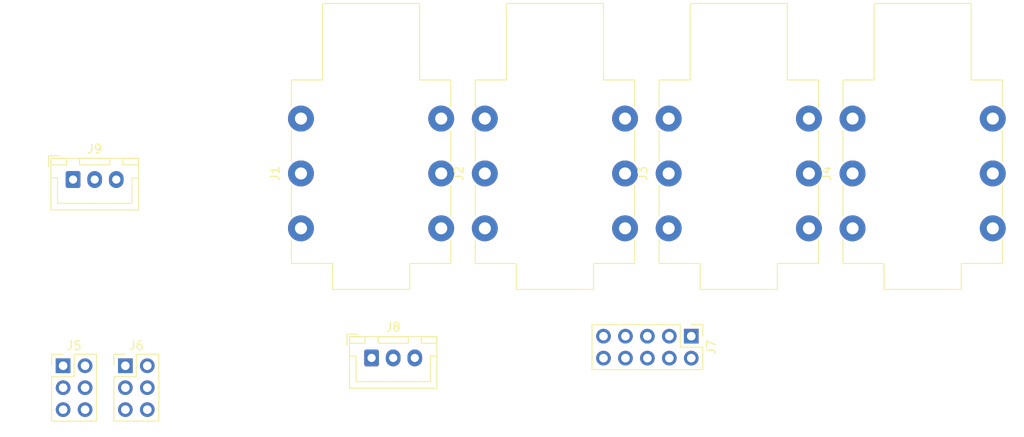
<source format=kicad_pcb>
(kicad_pcb (version 20240108) (generator "pcbnew") (generator_version "8.0")
  (layers (0 "F.Cu" signal) (31 "B.Cu" signal) (34 "B.Paste" user) (35 "F.Paste" user) (36 "B.SilkS" user "B.Silkscreen") (37 "F.SilkS" user "F.Silkscreen") (38 "B.Mask" user) (39 "F.Mask" user) (44 "Edge.Cuts" user))
  (net 0 "")
  (net 3 "INL-R")
  (net 4 "GND")
  (net 6 "INL-T")
  (net 10 "INR-T")
  (net 11 "INR-R")
  (net 14 "OUTR-T")
  (net 15 "OUTR-R")
  (net 18 "OUTL-T")
  (net 19 "OUTL-R")
  (footprint "Connector_Audio:Jack_6.35mm_Neutrik_NMJ6HFD2_Horizontal" (layer "F.Cu") (at 166.855 65.475 90)
    (property "Reference" "J2" (at 6.35 -3 90) (layer "F.SilkS"))
    (property "Value" "AudioJack3_Ground_Switch")
    (fp_line (start 17.17 -1.105) (end 14.05 -1.105) (stroke (width 0.12)) (layer "F.SilkS"))
    (fp_line (start 7.7 -1.105) (end 11.3 -1.105) (stroke (width 0.12)) (layer "F.SilkS"))
    (fp_line (start 1.4 -1.105) (end 5 -1.105) (stroke (width 0.12)) (layer "F.SilkS"))
    (fp_line (start -4.07 -1.105) (end -1.35 -1.105) (stroke (width 0.12)) (layer "F.SilkS"))
    (fp_line (start 17.17 2.495) (end 17.17 -1.105) (stroke (width 0.12)) (layer "F.SilkS"))
    (fp_line (start 17.17 2.495) (end 26.02 2.495) (stroke (width 0.12)) (layer "F.SilkS"))
    (fp_line (start -4.07 3.645) (end -4.07 -1.105) (stroke (width 0.12)) (layer "F.SilkS"))
    (fp_line (start -7.07 3.645) (end -4.07 3.645) (stroke (width 0.12)) (layer "F.SilkS"))
    (fp_line (start -7.07 12.545) (end -7.07 3.645) (stroke (width 0.12)) (layer "F.SilkS"))
    (fp_line (start -7.07 12.585) (end -4.07 12.585) (stroke (width 0.12)) (layer "F.SilkS"))
    (fp_line (start 26.02 13.735) (end 26.02 2.495) (stroke (width 0.12)) (layer "F.SilkS"))
    (fp_line (start 17.17 13.735) (end 26.02 13.735) (stroke (width 0.12)) (layer "F.SilkS"))
    (fp_line (start 17.17 17.335) (end 17.17 13.735) (stroke (width 0.12)) (layer "F.SilkS"))
    (fp_line (start 17.17 17.335) (end 14.05 17.335) (stroke (width 0.12)) (layer "F.SilkS"))
    (fp_line (start 11.3 17.335) (end 7.7 17.335) (stroke (width 0.12)) (layer "F.SilkS"))
    (fp_line (start 5 17.335) (end 1.4 17.335) (stroke (width 0.12)) (layer "F.SilkS"))
    (fp_line (start -1.35 17.335) (end -4.07 17.335) (stroke (width 0.12)) (layer "F.SilkS"))
    (fp_line (start -4.07 17.335) (end -4.07 12.585) (stroke (width 0.12)) (layer "F.SilkS"))
    (pad "R" thru_hole circle (at 6.35 0 90) (size 3 3) (drill 1.4) (layers "*.Cu" "*.Mask") (net 11 "INR-R"))
    (pad "RN" thru_hole circle (at 6.35 16.23 90) (size 3 3) (drill 1.4) (layers "*.Cu" "*.Mask"))
    (pad "S" thru_hole circle (at 12.7 0 90) (size 3 3) (drill 1.4) (layers "*.Cu" "*.Mask") (net 4 "GND"))
    (pad "SN" thru_hole circle (at 12.7 16.23 90) (size 3 3) (drill 1.4) (layers "*.Cu" "*.Mask"))
    (pad "T" thru_hole circle (at 0 0 90) (size 3 3) (drill 1.4) (layers "*.Cu" "*.Mask") (net 10 "INR-T"))
    (pad "TN" thru_hole circle (at 0 16.23 90) (size 3 3) (drill 1.4) (layers "*.Cu" "*.Mask"))
  )
  (footprint "Connector_PinHeader_2.54mm:PinHeader_2x03_P2.54mm_Vertical" (layer "F.Cu") (at 118.05 81.38)
    (property "Reference" "J5" (at 1.27 -2.33 0) (layer "F.SilkS"))
    (property "Value" "Conn_02x03_Odd_Even")
    (fp_line (start -1.33 -1.33) (end 0 -1.33) (stroke (width 0.12)) (layer "F.SilkS"))
    (fp_line (start -1.33 0) (end -1.33 -1.33) (stroke (width 0.12)) (layer "F.SilkS"))
    (fp_line (start -1.33 1.27) (end -1.33 6.41) (stroke (width 0.12)) (layer "F.SilkS"))
    (fp_line (start -1.33 1.27) (end 1.27 1.27) (stroke (width 0.12)) (layer "F.SilkS"))
    (fp_line (start -1.33 6.41) (end 3.87 6.41) (stroke (width 0.12)) (layer "F.SilkS"))
    (fp_line (start 1.27 -1.33) (end 3.87 -1.33) (stroke (width 0.12)) (layer "F.SilkS"))
    (fp_line (start 1.27 1.27) (end 1.27 -1.33) (stroke (width 0.12)) (layer "F.SilkS"))
    (fp_line (start 3.87 -1.33) (end 3.87 6.41) (stroke (width 0.12)) (layer "F.SilkS"))
    (pad "1" thru_hole rect (at 0 0) (size 1.7 1.7) (drill 1) (layers "*.Cu" "*.Mask") (net 19 "OUTL-R"))
    (pad "2" thru_hole oval (at 2.54 0) (size 1.7 1.7) (drill 1) (layers "*.Cu" "*.Mask") (net 18 "OUTL-T"))
    (pad "3" thru_hole oval (at 0 2.54) (size 1.7 1.7) (drill 1) (layers "*.Cu" "*.Mask") (net 15 "OUTR-R"))
    (pad "4" thru_hole oval (at 2.54 2.54) (size 1.7 1.7) (drill 1) (layers "*.Cu" "*.Mask") (net 14 "OUTR-T"))
    (pad "5" thru_hole oval (at 0 5.08) (size 1.7 1.7) (drill 1) (layers "*.Cu" "*.Mask") (net 4 "GND"))
    (pad "6" thru_hole oval (at 2.54 5.08) (size 1.7 1.7) (drill 1) (layers "*.Cu" "*.Mask") (net 4 "GND"))
  )
  (footprint "Connector_Audio:Jack_6.35mm_Neutrik_NMJ6HFD2_Horizontal" (layer "F.Cu") (at 188.135 65.475 90)
    (property "Reference" "J3" (at 6.35 -3 90) (layer "F.SilkS"))
    (property "Value" "AudioJack3_Ground_Switch")
    (fp_line (start 17.17 -1.105) (end 14.05 -1.105) (stroke (width 0.12)) (layer "F.SilkS"))
    (fp_line (start 7.7 -1.105) (end 11.3 -1.105) (stroke (width 0.12)) (layer "F.SilkS"))
    (fp_line (start 1.4 -1.105) (end 5 -1.105) (stroke (width 0.12)) (layer "F.SilkS"))
    (fp_line (start -4.07 -1.105) (end -1.35 -1.105) (stroke (width 0.12)) (layer "F.SilkS"))
    (fp_line (start 17.17 2.495) (end 17.17 -1.105) (stroke (width 0.12)) (layer "F.SilkS"))
    (fp_line (start 17.17 2.495) (end 26.02 2.495) (stroke (width 0.12)) (layer "F.SilkS"))
    (fp_line (start -4.07 3.645) (end -4.07 -1.105) (stroke (width 0.12)) (layer "F.SilkS"))
    (fp_line (start -7.07 3.645) (end -4.07 3.645) (stroke (width 0.12)) (layer "F.SilkS"))
    (fp_line (start -7.07 12.545) (end -7.07 3.645) (stroke (width 0.12)) (layer "F.SilkS"))
    (fp_line (start -7.07 12.585) (end -4.07 12.585) (stroke (width 0.12)) (layer "F.SilkS"))
    (fp_line (start 26.02 13.735) (end 26.02 2.495) (stroke (width 0.12)) (layer "F.SilkS"))
    (fp_line (start 17.17 13.735) (end 26.02 13.735) (stroke (width 0.12)) (layer "F.SilkS"))
    (fp_line (start 17.17 17.335) (end 17.17 13.735) (stroke (width 0.12)) (layer "F.SilkS"))
    (fp_line (start 17.17 17.335) (end 14.05 17.335) (stroke (width 0.12)) (layer "F.SilkS"))
    (fp_line (start 11.3 17.335) (end 7.7 17.335) (stroke (width 0.12)) (layer "F.SilkS"))
    (fp_line (start 5 17.335) (end 1.4 17.335) (stroke (width 0.12)) (layer "F.SilkS"))
    (fp_line (start -1.35 17.335) (end -4.07 17.335) (stroke (width 0.12)) (layer "F.SilkS"))
    (fp_line (start -4.07 17.335) (end -4.07 12.585) (stroke (width 0.12)) (layer "F.SilkS"))
    (pad "R" thru_hole circle (at 6.35 0 90) (size 3 3) (drill 1.4) (layers "*.Cu" "*.Mask") (net 15 "OUTR-R"))
    (pad "RN" thru_hole circle (at 6.35 16.23 90) (size 3 3) (drill 1.4) (layers "*.Cu" "*.Mask"))
    (pad "S" thru_hole circle (at 12.7 0 90) (size 3 3) (drill 1.4) (layers "*.Cu" "*.Mask") (net 4 "GND"))
    (pad "SN" thru_hole circle (at 12.7 16.23 90) (size 3 3) (drill 1.4) (layers "*.Cu" "*.Mask") (net 4 "GND"))
    (pad "T" thru_hole circle (at 0 0 90) (size 3 3) (drill 1.4) (layers "*.Cu" "*.Mask") (net 14 "OUTR-T"))
    (pad "TN" thru_hole circle (at 0 16.23 90) (size 3 3) (drill 1.4) (layers "*.Cu" "*.Mask"))
  )
  (footprint "Connector_JST:JST_XH_B3B-XH-A_1x03_P2.50mm_Vertical" (layer "F.Cu") (at 153.75 80.475)
    (property "Reference" "J8" (at 2.5 -3.55 0) (layer "F.SilkS"))
    (property "Value" "Conn_01x03")
    (fp_line (start -2.85 -2.75) (end -2.85 -1.5) (stroke (width 0.12)) (layer "F.SilkS"))
    (fp_line (start -2.56 -2.46) (end -2.56 3.51) (stroke (width 0.12)) (layer "F.SilkS"))
    (fp_line (start -2.56 3.51) (end 7.56 3.51) (stroke (width 0.12)) (layer "F.SilkS"))
    (fp_line (start -2.55 -2.45) (end -2.55 -1.7) (stroke (width 0.12)) (layer "F.SilkS"))
    (fp_line (start -2.55 -1.7) (end -0.75 -1.7) (stroke (width 0.12)) (layer "F.SilkS"))
    (fp_line (start -2.55 -0.2) (end -1.8 -0.2) (stroke (width 0.12)) (layer "F.SilkS"))
    (fp_line (start -1.8 -0.2) (end -1.8 2.75) (stroke (width 0.12)) (layer "F.SilkS"))
    (fp_line (start -1.8 2.75) (end 2.5 2.75) (stroke (width 0.12)) (layer "F.SilkS"))
    (fp_line (start -1.6 -2.75) (end -2.85 -2.75) (stroke (width 0.12)) (layer "F.SilkS"))
    (fp_line (start -0.75 -2.45) (end -2.55 -2.45) (stroke (width 0.12)) (layer "F.SilkS"))
    (fp_line (start -0.75 -1.7) (end -0.75 -2.45) (stroke (width 0.12)) (layer "F.SilkS"))
    (fp_line (start 0.75 -2.45) (end 0.75 -1.7) (stroke (width 0.12)) (layer "F.SilkS"))
    (fp_line (start 0.75 -1.7) (end 4.25 -1.7) (stroke (width 0.12)) (layer "F.SilkS"))
    (fp_line (start 4.25 -2.45) (end 0.75 -2.45) (stroke (width 0.12)) (layer "F.SilkS"))
    (fp_line (start 4.25 -1.7) (end 4.25 -2.45) (stroke (width 0.12)) (layer "F.SilkS"))
    (fp_line (start 5.75 -2.45) (end 5.75 -1.7) (stroke (width 0.12)) (layer "F.SilkS"))
    (fp_line (start 5.75 -1.7) (end 7.55 -1.7) (stroke (width 0.12)) (layer "F.SilkS"))
    (fp_line (start 6.8 -0.2) (end 6.8 2.75) (stroke (width 0.12)) (layer "F.SilkS"))
    (fp_line (start 6.8 2.75) (end 2.5 2.75) (stroke (width 0.12)) (layer "F.SilkS"))
    (fp_line (start 7.55 -2.45) (end 5.75 -2.45) (stroke (width 0.12)) (layer "F.SilkS"))
    (fp_line (start 7.55 -1.7) (end 7.55 -2.45) (stroke (width 0.12)) (layer "F.SilkS"))
    (fp_line (start 7.55 -0.2) (end 6.8 -0.2) (stroke (width 0.12)) (layer "F.SilkS"))
    (fp_line (start 7.56 -2.46) (end -2.56 -2.46) (stroke (width 0.12)) (layer "F.SilkS"))
    (fp_line (start 7.56 3.51) (end 7.56 -2.46) (stroke (width 0.12)) (layer "F.SilkS"))
    (pad "1" thru_hole roundrect (at 0 0) (size 1.7 1.95) (drill 0.95) (layers "*.Cu" "*.Mask") (roundrect_rratio 0.147059) (net 10 "INR-T"))
    (pad "2" thru_hole oval (at 2.5 0) (size 1.7 1.95) (drill 0.95) (layers "*.Cu" "*.Mask") (net 4 "GND"))
    (pad "3" thru_hole oval (at 5 0) (size 1.7 1.95) (drill 0.95) (layers "*.Cu" "*.Mask") (net 6 "INL-T"))
  )
  (footprint "Connector_JST:JST_XH_B3B-XH-A_1x03_P2.50mm_Vertical" (layer "F.Cu") (at 119.2 59.83)
    (property "Reference" "J9" (at 2.5 -3.55 0) (layer "F.SilkS"))
    (property "Value" "Conn_01x03")
    (fp_line (start -2.85 -2.75) (end -2.85 -1.5) (stroke (width 0.12)) (layer "F.SilkS"))
    (fp_line (start -2.56 -2.46) (end -2.56 3.51) (stroke (width 0.12)) (layer "F.SilkS"))
    (fp_line (start -2.56 3.51) (end 7.56 3.51) (stroke (width 0.12)) (layer "F.SilkS"))
    (fp_line (start -2.55 -2.45) (end -2.55 -1.7) (stroke (width 0.12)) (layer "F.SilkS"))
    (fp_line (start -2.55 -1.7) (end -0.75 -1.7) (stroke (width 0.12)) (layer "F.SilkS"))
    (fp_line (start -2.55 -0.2) (end -1.8 -0.2) (stroke (width 0.12)) (layer "F.SilkS"))
    (fp_line (start -1.8 -0.2) (end -1.8 2.75) (stroke (width 0.12)) (layer "F.SilkS"))
    (fp_line (start -1.8 2.75) (end 2.5 2.75) (stroke (width 0.12)) (layer "F.SilkS"))
    (fp_line (start -1.6 -2.75) (end -2.85 -2.75) (stroke (width 0.12)) (layer "F.SilkS"))
    (fp_line (start -0.75 -2.45) (end -2.55 -2.45) (stroke (width 0.12)) (layer "F.SilkS"))
    (fp_line (start -0.75 -1.7) (end -0.75 -2.45) (stroke (width 0.12)) (layer "F.SilkS"))
    (fp_line (start 0.75 -2.45) (end 0.75 -1.7) (stroke (width 0.12)) (layer "F.SilkS"))
    (fp_line (start 0.75 -1.7) (end 4.25 -1.7) (stroke (width 0.12)) (layer "F.SilkS"))
    (fp_line (start 4.25 -2.45) (end 0.75 -2.45) (stroke (width 0.12)) (layer "F.SilkS"))
    (fp_line (start 4.25 -1.7) (end 4.25 -2.45) (stroke (width 0.12)) (layer "F.SilkS"))
    (fp_line (start 5.75 -2.45) (end 5.75 -1.7) (stroke (width 0.12)) (layer "F.SilkS"))
    (fp_line (start 5.75 -1.7) (end 7.55 -1.7) (stroke (width 0.12)) (layer "F.SilkS"))
    (fp_line (start 6.8 -0.2) (end 6.8 2.75) (stroke (width 0.12)) (layer "F.SilkS"))
    (fp_line (start 6.8 2.75) (end 2.5 2.75) (stroke (width 0.12)) (layer "F.SilkS"))
    (fp_line (start 7.55 -2.45) (end 5.75 -2.45) (stroke (width 0.12)) (layer "F.SilkS"))
    (fp_line (start 7.55 -1.7) (end 7.55 -2.45) (stroke (width 0.12)) (layer "F.SilkS"))
    (fp_line (start 7.55 -0.2) (end 6.8 -0.2) (stroke (width 0.12)) (layer "F.SilkS"))
    (fp_line (start 7.56 -2.46) (end -2.56 -2.46) (stroke (width 0.12)) (layer "F.SilkS"))
    (fp_line (start 7.56 3.51) (end 7.56 -2.46) (stroke (width 0.12)) (layer "F.SilkS"))
    (pad "1" thru_hole roundrect (at 0 0) (size 1.7 1.95) (drill 0.95) (layers "*.Cu" "*.Mask") (roundrect_rratio 0.147059) (net 14 "OUTR-T"))
    (pad "2" thru_hole oval (at 2.5 0) (size 1.7 1.95) (drill 0.95) (layers "*.Cu" "*.Mask") (net 4 "GND"))
    (pad "3" thru_hole oval (at 5 0) (size 1.7 1.95) (drill 0.95) (layers "*.Cu" "*.Mask") (net 18 "OUTL-T"))
  )
  (footprint "Connector_PinHeader_2.54mm:PinHeader_2x03_P2.54mm_Vertical" (layer "F.Cu") (at 125.25 81.38)
    (property "Reference" "J6" (at 1.27 -2.33 0) (layer "F.SilkS"))
    (property "Value" "Conn_02x03_Odd_Even")
    (fp_line (start -1.33 -1.33) (end 0 -1.33) (stroke (width 0.12)) (layer "F.SilkS"))
    (fp_line (start -1.33 0) (end -1.33 -1.33) (stroke (width 0.12)) (layer "F.SilkS"))
    (fp_line (start -1.33 1.27) (end -1.33 6.41) (stroke (width 0.12)) (layer "F.SilkS"))
    (fp_line (start -1.33 1.27) (end 1.27 1.27) (stroke (width 0.12)) (layer "F.SilkS"))
    (fp_line (start -1.33 6.41) (end 3.87 6.41) (stroke (width 0.12)) (layer "F.SilkS"))
    (fp_line (start 1.27 -1.33) (end 3.87 -1.33) (stroke (width 0.12)) (layer "F.SilkS"))
    (fp_line (start 1.27 1.27) (end 1.27 -1.33) (stroke (width 0.12)) (layer "F.SilkS"))
    (fp_line (start 3.87 -1.33) (end 3.87 6.41) (stroke (width 0.12)) (layer "F.SilkS"))
    (pad "1" thru_hole rect (at 0 0) (size 1.7 1.7) (drill 1) (layers "*.Cu" "*.Mask") (net 3 "INL-R"))
    (pad "2" thru_hole oval (at 2.54 0) (size 1.7 1.7) (drill 1) (layers "*.Cu" "*.Mask") (net 6 "INL-T"))
    (pad "3" thru_hole oval (at 0 2.54) (size 1.7 1.7) (drill 1) (layers "*.Cu" "*.Mask") (net 11 "INR-R"))
    (pad "4" thru_hole oval (at 2.54 2.54) (size 1.7 1.7) (drill 1) (layers "*.Cu" "*.Mask") (net 10 "INR-T"))
    (pad "5" thru_hole oval (at 0 5.08) (size 1.7 1.7) (drill 1) (layers "*.Cu" "*.Mask") (net 4 "GND"))
    (pad "6" thru_hole oval (at 2.54 5.08) (size 1.7 1.7) (drill 1) (layers "*.Cu" "*.Mask") (net 4 "GND"))
  )
  (footprint "Connector_Audio:Jack_6.35mm_Neutrik_NMJ6HFD2_Horizontal" (layer "F.Cu") (at 209.415 65.475 90)
    (property "Reference" "J4" (at 6.35 -3 90) (layer "F.SilkS"))
    (property "Value" "AudioJack3_Ground_Switch")
    (fp_line (start 17.17 -1.105) (end 14.05 -1.105) (stroke (width 0.12)) (layer "F.SilkS"))
    (fp_line (start 7.7 -1.105) (end 11.3 -1.105) (stroke (width 0.12)) (layer "F.SilkS"))
    (fp_line (start 1.4 -1.105) (end 5 -1.105) (stroke (width 0.12)) (layer "F.SilkS"))
    (fp_line (start -4.07 -1.105) (end -1.35 -1.105) (stroke (width 0.12)) (layer "F.SilkS"))
    (fp_line (start 17.17 2.495) (end 17.17 -1.105) (stroke (width 0.12)) (layer "F.SilkS"))
    (fp_line (start 17.17 2.495) (end 26.02 2.495) (stroke (width 0.12)) (layer "F.SilkS"))
    (fp_line (start -4.07 3.645) (end -4.07 -1.105) (stroke (width 0.12)) (layer "F.SilkS"))
    (fp_line (start -7.07 3.645) (end -4.07 3.645) (stroke (width 0.12)) (layer "F.SilkS"))
    (fp_line (start -7.07 12.545) (end -7.07 3.645) (stroke (width 0.12)) (layer "F.SilkS"))
    (fp_line (start -7.07 12.585) (end -4.07 12.585) (stroke (width 0.12)) (layer "F.SilkS"))
    (fp_line (start 26.02 13.735) (end 26.02 2.495) (stroke (width 0.12)) (layer "F.SilkS"))
    (fp_line (start 17.17 13.735) (end 26.02 13.735) (stroke (width 0.12)) (layer "F.SilkS"))
    (fp_line (start 17.17 17.335) (end 17.17 13.735) (stroke (width 0.12)) (layer "F.SilkS"))
    (fp_line (start 17.17 17.335) (end 14.05 17.335) (stroke (width 0.12)) (layer "F.SilkS"))
    (fp_line (start 11.3 17.335) (end 7.7 17.335) (stroke (width 0.12)) (layer "F.SilkS"))
    (fp_line (start 5 17.335) (end 1.4 17.335) (stroke (width 0.12)) (layer "F.SilkS"))
    (fp_line (start -1.35 17.335) (end -4.07 17.335) (stroke (width 0.12)) (layer "F.SilkS"))
    (fp_line (start -4.07 17.335) (end -4.07 12.585) (stroke (width 0.12)) (layer "F.SilkS"))
    (pad "R" thru_hole circle (at 6.35 0 90) (size 3 3) (drill 1.4) (layers "*.Cu" "*.Mask") (net 19 "OUTL-R"))
    (pad "RN" thru_hole circle (at 6.35 16.23 90) (size 3 3) (drill 1.4) (layers "*.Cu" "*.Mask"))
    (pad "S" thru_hole circle (at 12.7 0 90) (size 3 3) (drill 1.4) (layers "*.Cu" "*.Mask") (net 4 "GND"))
    (pad "SN" thru_hole circle (at 12.7 16.23 90) (size 3 3) (drill 1.4) (layers "*.Cu" "*.Mask") (net 4 "GND"))
    (pad "T" thru_hole circle (at 0 0 90) (size 3 3) (drill 1.4) (layers "*.Cu" "*.Mask") (net 18 "OUTL-T"))
    (pad "TN" thru_hole circle (at 0 16.23 90) (size 3 3) (drill 1.4) (layers "*.Cu" "*.Mask"))
  )
  (footprint "Connector_Audio:Jack_6.35mm_Neutrik_NMJ6HFD2_Horizontal" (layer "F.Cu") (at 145.575 65.475 90)
    (property "Reference" "J1" (at 6.35 -3 90) (layer "F.SilkS"))
    (property "Value" "AudioJack3_Ground_Switch")
    (fp_line (start 17.17 -1.105) (end 14.05 -1.105) (stroke (width 0.12)) (layer "F.SilkS"))
    (fp_line (start 7.7 -1.105) (end 11.3 -1.105) (stroke (width 0.12)) (layer "F.SilkS"))
    (fp_line (start 1.4 -1.105) (end 5 -1.105) (stroke (width 0.12)) (layer "F.SilkS"))
    (fp_line (start -4.07 -1.105) (end -1.35 -1.105) (stroke (width 0.12)) (layer "F.SilkS"))
    (fp_line (start 17.17 2.495) (end 17.17 -1.105) (stroke (width 0.12)) (layer "F.SilkS"))
    (fp_line (start 17.17 2.495) (end 26.02 2.495) (stroke (width 0.12)) (layer "F.SilkS"))
    (fp_line (start -4.07 3.645) (end -4.07 -1.105) (stroke (width 0.12)) (layer "F.SilkS"))
    (fp_line (start -7.07 3.645) (end -4.07 3.645) (stroke (width 0.12)) (layer "F.SilkS"))
    (fp_line (start -7.07 12.545) (end -7.07 3.645) (stroke (width 0.12)) (layer "F.SilkS"))
    (fp_line (start -7.07 12.585) (end -4.07 12.585) (stroke (width 0.12)) (layer "F.SilkS"))
    (fp_line (start 26.02 13.735) (end 26.02 2.495) (stroke (width 0.12)) (layer "F.SilkS"))
    (fp_line (start 17.17 13.735) (end 26.02 13.735) (stroke (width 0.12)) (layer "F.SilkS"))
    (fp_line (start 17.17 17.335) (end 17.17 13.735) (stroke (width 0.12)) (layer "F.SilkS"))
    (fp_line (start 17.17 17.335) (end 14.05 17.335) (stroke (width 0.12)) (layer "F.SilkS"))
    (fp_line (start 11.3 17.335) (end 7.7 17.335) (stroke (width 0.12)) (layer "F.SilkS"))
    (fp_line (start 5 17.335) (end 1.4 17.335) (stroke (width 0.12)) (layer "F.SilkS"))
    (fp_line (start -1.35 17.335) (end -4.07 17.335) (stroke (width 0.12)) (layer "F.SilkS"))
    (fp_line (start -4.07 17.335) (end -4.07 12.585) (stroke (width 0.12)) (layer "F.SilkS"))
    (pad "R" thru_hole circle (at 6.35 0 90) (size 3 3) (drill 1.4) (layers "*.Cu" "*.Mask") (net 3 "INL-R"))
    (pad "RN" thru_hole circle (at 6.35 16.23 90) (size 3 3) (drill 1.4) (layers "*.Cu" "*.Mask"))
    (pad "S" thru_hole circle (at 12.7 0 90) (size 3 3) (drill 1.4) (layers "*.Cu" "*.Mask") (net 4 "GND"))
    (pad "SN" thru_hole circle (at 12.7 16.23 90) (size 3 3) (drill 1.4) (layers "*.Cu" "*.Mask"))
    (pad "T" thru_hole circle (at 0 0 90) (size 3 3) (drill 1.4) (layers "*.Cu" "*.Mask") (net 6 "INL-T"))
    (pad "TN" thru_hole circle (at 0 16.23 90) (size 3 3) (drill 1.4) (layers "*.Cu" "*.Mask"))
  )
  (footprint "Connector_PinHeader_2.54mm:PinHeader_2x05_P2.54mm_Vertical" (layer "F.Cu") (at 190.75 77.96 -90)
    (property "Reference" "J7" (at 1.27 -2.33 90) (layer "F.SilkS"))
    (property "Value" "Conn_02x05_Odd_Even")
    (fp_line (start -1.33 11.49) (end 3.87 11.49) (stroke (width 0.12)) (layer "F.SilkS"))
    (fp_line (start -1.33 1.27) (end -1.33 11.49) (stroke (width 0.12)) (layer "F.SilkS"))
    (fp_line (start -1.33 1.27) (end 1.27 1.27) (stroke (width 0.12)) (layer "F.SilkS"))
    (fp_line (start 1.27 1.27) (end 1.27 -1.33) (stroke (width 0.12)) (layer "F.SilkS"))
    (fp_line (start -1.33 0) (end -1.33 -1.33) (stroke (width 0.12)) (layer "F.SilkS"))
    (fp_line (start -1.33 -1.33) (end 0 -1.33) (stroke (width 0.12)) (layer "F.SilkS"))
    (fp_line (start 1.27 -1.33) (end 3.87 -1.33) (stroke (width 0.12)) (layer "F.SilkS"))
    (fp_line (start 3.87 -1.33) (end 3.87 11.49) (stroke (width 0.12)) (layer "F.SilkS"))
    (pad "1" thru_hole rect (at 0 0 270) (size 1.7 1.7) (drill 1) (layers "*.Cu" "*.Mask") (net 3 "INL-R"))
    (pad "2" thru_hole oval (at 2.54 0 270) (size 1.7 1.7) (drill 1) (layers "*.Cu" "*.Mask") (net 6 "INL-T"))
    (pad "3" thru_hole oval (at 0 2.54 270) (size 1.7 1.7) (drill 1) (layers "*.Cu" "*.Mask") (net 11 "INR-R"))
    (pad "4" thru_hole oval (at 2.54 2.54 270) (size 1.7 1.7) (drill 1) (layers "*.Cu" "*.Mask") (net 10 "INR-T"))
    (pad "5" thru_hole oval (at 0 5.08 270) (size 1.7 1.7) (drill 1) (layers "*.Cu" "*.Mask") (net 19 "OUTL-R"))
    (pad "6" thru_hole oval (at 2.54 5.08 270) (size 1.7 1.7) (drill 1) (layers "*.Cu" "*.Mask") (net 18 "OUTL-T"))
    (pad "7" thru_hole oval (at 0 7.62 270) (size 1.7 1.7) (drill 1) (layers "*.Cu" "*.Mask") (net 15 "OUTR-R"))
    (pad "8" thru_hole oval (at 2.54 7.62 270) (size 1.7 1.7) (drill 1) (layers "*.Cu" "*.Mask") (net 14 "OUTR-T"))
    (pad "9" thru_hole oval (at 0 10.16 270) (size 1.7 1.7) (drill 1) (layers "*.Cu" "*.Mask") (net 4 "GND"))
    (pad "10" thru_hole oval (at 2.54 10.16 270) (size 1.7 1.7) (drill 1) (layers "*.Cu" "*.Mask") (net 4 "GND"))
  )
)
</source>
